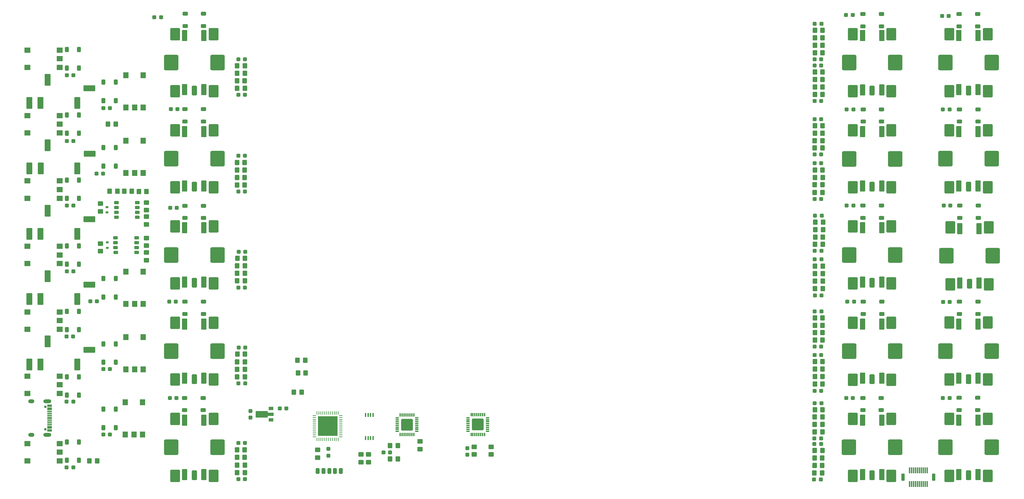
<source format=gbr>
%TF.GenerationSoftware,KiCad,Pcbnew,(6.0.9)*%
%TF.CreationDate,2023-03-16T14:55:21+00:00*%
%TF.ProjectId,Matrix_V2_Base,4d617472-6978-45f5-9632-5f426173652e,rev?*%
%TF.SameCoordinates,Original*%
%TF.FileFunction,Soldermask,Top*%
%TF.FilePolarity,Negative*%
%FSLAX46Y46*%
G04 Gerber Fmt 4.6, Leading zero omitted, Abs format (unit mm)*
G04 Created by KiCad (PCBNEW (6.0.9)) date 2023-03-16 14:55:21*
%MOMM*%
%LPD*%
G01*
G04 APERTURE LIST*
G04 Aperture macros list*
%AMRoundRect*
0 Rectangle with rounded corners*
0 $1 Rounding radius*
0 $2 $3 $4 $5 $6 $7 $8 $9 X,Y pos of 4 corners*
0 Add a 4 corners polygon primitive as box body*
4,1,4,$2,$3,$4,$5,$6,$7,$8,$9,$2,$3,0*
0 Add four circle primitives for the rounded corners*
1,1,$1+$1,$2,$3*
1,1,$1+$1,$4,$5*
1,1,$1+$1,$6,$7*
1,1,$1+$1,$8,$9*
0 Add four rect primitives between the rounded corners*
20,1,$1+$1,$2,$3,$4,$5,0*
20,1,$1+$1,$4,$5,$6,$7,0*
20,1,$1+$1,$6,$7,$8,$9,0*
20,1,$1+$1,$8,$9,$2,$3,0*%
%AMFreePoly0*
4,1,9,3.862500,-0.866500,0.737500,-0.866500,0.737500,-0.450000,-0.737500,-0.450000,-0.737500,0.450000,0.737500,0.450000,0.737500,0.866500,3.862500,0.866500,3.862500,-0.866500,3.862500,-0.866500,$1*%
G04 Aperture macros list end*
%ADD10RoundRect,0.250000X-0.450000X-0.250000X0.450000X-0.250000X0.450000X0.250000X-0.450000X0.250000X0*%
%ADD11RoundRect,0.250000X0.250000X-0.450000X0.250000X0.450000X-0.250000X0.450000X-0.250000X-0.450000X0*%
%ADD12RoundRect,0.250000X0.350000X0.450000X-0.350000X0.450000X-0.350000X-0.450000X0.350000X-0.450000X0*%
%ADD13RoundRect,0.250000X-0.450000X0.350000X-0.450000X-0.350000X0.450000X-0.350000X0.450000X0.350000X0*%
%ADD14RoundRect,0.237500X-0.300000X-0.237500X0.300000X-0.237500X0.300000X0.237500X-0.300000X0.237500X0*%
%ADD15RoundRect,0.237500X0.300000X0.237500X-0.300000X0.237500X-0.300000X-0.237500X0.300000X-0.237500X0*%
%ADD16RoundRect,0.250000X-0.350000X-0.450000X0.350000X-0.450000X0.350000X0.450000X-0.350000X0.450000X0*%
%ADD17RoundRect,0.237500X0.237500X-0.300000X0.237500X0.300000X-0.237500X0.300000X-0.237500X-0.300000X0*%
%ADD18RoundRect,0.140000X0.560000X-0.660000X0.560000X0.660000X-0.560000X0.660000X-0.560000X-0.660000X0*%
%ADD19RoundRect,0.130000X-0.520000X-1.320000X0.520000X-1.320000X0.520000X1.320000X-0.520000X1.320000X0*%
%ADD20RoundRect,0.375000X1.500000X1.625000X-1.500000X1.625000X-1.500000X-1.625000X1.500000X-1.625000X0*%
%ADD21RoundRect,0.250000X1.000000X1.350000X-1.000000X1.350000X-1.000000X-1.350000X1.000000X-1.350000X0*%
%ADD22RoundRect,0.250000X-1.000000X-1.350000X1.000000X-1.350000X1.000000X1.350000X-1.000000X1.350000X0*%
%ADD23RoundRect,0.130000X-0.520000X-1.120000X0.520000X-1.120000X0.520000X1.120000X-0.520000X1.120000X0*%
%ADD24RoundRect,0.130000X0.520000X1.320000X-0.520000X1.320000X-0.520000X-1.320000X0.520000X-1.320000X0*%
%ADD25RoundRect,0.250000X0.450000X-0.350000X0.450000X0.350000X-0.450000X0.350000X-0.450000X-0.350000X0*%
%ADD26RoundRect,0.237500X-0.237500X0.300000X-0.237500X-0.300000X0.237500X-0.300000X0.237500X0.300000X0*%
%ADD27RoundRect,0.160000X0.640000X1.340000X-0.640000X1.340000X-0.640000X-1.340000X0.640000X-1.340000X0*%
%ADD28RoundRect,0.160000X-1.340000X0.640000X-1.340000X-0.640000X1.340000X-0.640000X1.340000X0.640000X0*%
%ADD29RoundRect,0.035000X-0.140000X0.465000X-0.140000X-0.465000X0.140000X-0.465000X0.140000X0.465000X0*%
%ADD30R,0.700000X0.600000*%
%ADD31RoundRect,0.062500X0.375000X0.062500X-0.375000X0.062500X-0.375000X-0.062500X0.375000X-0.062500X0*%
%ADD32RoundRect,0.062500X0.062500X0.375000X-0.062500X0.375000X-0.062500X-0.375000X0.062500X-0.375000X0*%
%ADD33R,5.150000X5.150000*%
%ADD34RoundRect,0.250000X-0.250000X-0.500000X0.250000X-0.500000X0.250000X0.500000X-0.250000X0.500000X0*%
%ADD35C,0.650000*%
%ADD36R,1.150000X0.300000*%
%ADD37O,2.100000X1.000000*%
%ADD38O,1.600000X1.000000*%
%ADD39RoundRect,0.140000X0.660000X0.560000X-0.660000X0.560000X-0.660000X-0.560000X0.660000X-0.560000X0*%
%ADD40RoundRect,0.227500X-0.372500X-0.227500X0.372500X-0.227500X0.372500X0.227500X-0.372500X0.227500X0*%
%ADD41RoundRect,0.080000X-0.320000X-0.820000X0.320000X-0.820000X0.320000X0.820000X-0.320000X0.820000X0*%
%ADD42RoundRect,0.075000X-0.075000X-0.725000X0.075000X-0.725000X0.075000X0.725000X-0.075000X0.725000X0*%
%ADD43RoundRect,0.072500X0.377500X0.072500X-0.377500X0.072500X-0.377500X-0.072500X0.377500X-0.072500X0*%
%ADD44RoundRect,0.072500X-0.072500X0.377500X-0.072500X-0.377500X0.072500X-0.377500X0.072500X0.377500X0*%
%ADD45RoundRect,0.150000X1.350000X1.350000X-1.350000X1.350000X-1.350000X-1.350000X1.350000X-1.350000X0*%
%ADD46R,1.300000X0.900000*%
%ADD47FreePoly0,180.000000*%
G04 APERTURE END LIST*
D10*
%TO.C,D8*%
X218610000Y-51400000D03*
X218610000Y-54600000D03*
X223410000Y-54600000D03*
X223410000Y-51400000D03*
%TD*%
D11*
%TO.C,D20*%
X11900000Y-49580000D03*
X15100000Y-49580000D03*
X15100000Y-44780000D03*
X11900000Y-44780000D03*
%TD*%
D12*
%TO.C,R11*%
X58120000Y-20940000D03*
X56120000Y-20940000D03*
%TD*%
D13*
%TO.C,R77*%
X32590000Y-50610000D03*
X32590000Y-52610000D03*
%TD*%
D14*
%TO.C,C32*%
X206057500Y-99550000D03*
X207782500Y-99550000D03*
%TD*%
D15*
%TO.C,C50*%
X241095000Y-101400000D03*
X239370000Y-101400000D03*
%TD*%
D11*
%TO.C,D23*%
X11900000Y-83700000D03*
X15100000Y-83700000D03*
X15100000Y-78900000D03*
X11900000Y-78900000D03*
%TD*%
D14*
%TO.C,C56*%
X11887500Y-68480000D03*
X13612500Y-68480000D03*
%TD*%
D16*
%TO.C,R8*%
X95825000Y-113825000D03*
X97825000Y-113825000D03*
%TD*%
%TO.C,R32*%
X206140000Y-11690000D03*
X208140000Y-11690000D03*
%TD*%
D15*
%TO.C,C8*%
X58142500Y-47790000D03*
X56417500Y-47790000D03*
%TD*%
D12*
%TO.C,R79*%
X32600000Y-47730000D03*
X30600000Y-47730000D03*
%TD*%
D14*
%TO.C,C16*%
X206077500Y-4130000D03*
X207802500Y-4130000D03*
%TD*%
%TO.C,C25*%
X205937500Y-122630000D03*
X207662500Y-122630000D03*
%TD*%
D16*
%TO.C,R33*%
X206127500Y-32600000D03*
X208127500Y-32600000D03*
%TD*%
D11*
%TO.C,D18*%
X11900000Y-32640000D03*
X15100000Y-32640000D03*
X15100000Y-27840000D03*
X11900000Y-27840000D03*
%TD*%
D17*
%TO.C,C1*%
X79870000Y-116402500D03*
X79870000Y-114677500D03*
%TD*%
D14*
%TO.C,C22*%
X206087500Y-78880000D03*
X207812500Y-78880000D03*
%TD*%
D18*
%TO.C,SW17*%
X27250000Y-25960000D03*
X27250000Y-17560000D03*
X31750000Y-17560000D03*
X31750000Y-25960000D03*
X29500000Y-25960000D03*
%TD*%
D11*
%TO.C,D24*%
X21400000Y-92170000D03*
X24600000Y-92170000D03*
X24600000Y-87370000D03*
X21400000Y-87370000D03*
%TD*%
D16*
%TO.C,R62*%
X206120000Y-93940000D03*
X208120000Y-93940000D03*
%TD*%
D19*
%TO.C,SW3*%
X42500000Y-46300000D03*
X47500000Y-46300000D03*
D20*
X39000000Y-39250000D03*
D21*
X40000000Y-31850000D03*
X50000000Y-31850000D03*
D22*
X50000000Y-46650000D03*
D23*
X45000000Y-46500000D03*
D20*
X51000000Y-39250000D03*
D22*
X40000000Y-46650000D03*
D24*
X42500000Y-32200000D03*
X47500000Y-32200000D03*
%TD*%
D15*
%TO.C,C36*%
X36362500Y-2430000D03*
X34637500Y-2430000D03*
%TD*%
D12*
%TO.C,R21*%
X58140000Y-93970000D03*
X56140000Y-93970000D03*
%TD*%
D15*
%TO.C,C49*%
X241112500Y-76490000D03*
X239387500Y-76490000D03*
%TD*%
D16*
%TO.C,R51*%
X206120000Y-22500000D03*
X208120000Y-22500000D03*
%TD*%
D14*
%TO.C,C31*%
X206107500Y-65380000D03*
X207832500Y-65380000D03*
%TD*%
D25*
%TO.C,R78*%
X32590000Y-56320000D03*
X32590000Y-54320000D03*
%TD*%
D19*
%TO.C,SW5*%
X42500000Y-96300000D03*
X47500000Y-96300000D03*
D22*
X50000000Y-96650000D03*
D20*
X39000000Y-89250000D03*
D22*
X40000000Y-96650000D03*
D23*
X45000000Y-96500000D03*
D21*
X50000000Y-81850000D03*
D20*
X51000000Y-89250000D03*
D21*
X40000000Y-81850000D03*
D24*
X42500000Y-82200000D03*
X47500000Y-82200000D03*
%TD*%
D16*
%TO.C,R46*%
X206030000Y-118970000D03*
X208030000Y-118970000D03*
%TD*%
%TO.C,R35*%
X206127500Y-30670000D03*
X208127500Y-30670000D03*
%TD*%
D15*
%TO.C,C42*%
X216105000Y-26430000D03*
X214380000Y-26430000D03*
%TD*%
%TO.C,C46*%
X240882500Y-2100000D03*
X239157500Y-2100000D03*
%TD*%
D14*
%TO.C,C51*%
X11887500Y-17530000D03*
X13612500Y-17530000D03*
%TD*%
D10*
%TO.C,D9*%
X218680000Y-76410000D03*
X218680000Y-79610000D03*
X223480000Y-79610000D03*
X223480000Y-76410000D03*
%TD*%
D26*
%TO.C,C2*%
X59560000Y-104797500D03*
X59560000Y-106522500D03*
%TD*%
D19*
%TO.C,SW16*%
X243500000Y-121310000D03*
X248500000Y-121310000D03*
D22*
X251000000Y-121660000D03*
D23*
X246000000Y-121510000D03*
D22*
X241000000Y-121660000D03*
D20*
X252000000Y-114260000D03*
D21*
X241000000Y-106860000D03*
D20*
X240000000Y-114260000D03*
D21*
X251000000Y-106860000D03*
D24*
X243500000Y-107210000D03*
X248500000Y-107210000D03*
%TD*%
D16*
%TO.C,R57*%
X206180000Y-71020000D03*
X208180000Y-71020000D03*
%TD*%
%TO.C,R36*%
X206097500Y-36440000D03*
X208097500Y-36440000D03*
%TD*%
D27*
%TO.C,J6*%
X2210000Y-41750000D03*
X14610000Y-41750000D03*
X6910000Y-35750000D03*
X5110000Y-41750000D03*
D28*
X17810000Y-37950000D03*
%TD*%
D16*
%TO.C,R53*%
X206097500Y-46020000D03*
X208097500Y-46020000D03*
%TD*%
%TO.C,R41*%
X206120000Y-82520000D03*
X208120000Y-82520000D03*
%TD*%
%TO.C,R49*%
X206120000Y-20590000D03*
X208120000Y-20590000D03*
%TD*%
%TO.C,R5*%
X95865000Y-117255000D03*
X97865000Y-117255000D03*
%TD*%
D10*
%TO.C,D6*%
X218600000Y-1640000D03*
X218600000Y-4840000D03*
X223400000Y-4840000D03*
X223400000Y-1640000D03*
%TD*%
D19*
%TO.C,SW9*%
X218500000Y-71300000D03*
X223500000Y-71300000D03*
D20*
X215000000Y-64250000D03*
D21*
X216000000Y-56850000D03*
D23*
X221000000Y-71500000D03*
D22*
X216000000Y-71650000D03*
D20*
X227000000Y-64250000D03*
D22*
X226000000Y-71650000D03*
D21*
X226000000Y-56850000D03*
D24*
X218500000Y-57200000D03*
X223500000Y-57200000D03*
%TD*%
D19*
%TO.C,SW7*%
X218500000Y-21310000D03*
X223500000Y-21310000D03*
D22*
X216000000Y-21660000D03*
D21*
X216000000Y-6860000D03*
D23*
X221000000Y-21510000D03*
D20*
X215000000Y-14260000D03*
X227000000Y-14260000D03*
D22*
X226000000Y-21660000D03*
D21*
X226000000Y-6860000D03*
D24*
X218500000Y-7210000D03*
X223500000Y-7210000D03*
%TD*%
D12*
%TO.C,R13*%
X58100000Y-44100000D03*
X56100000Y-44100000D03*
%TD*%
D29*
%TO.C,U7*%
X91425000Y-105870000D03*
X90775000Y-105870000D03*
X90125000Y-105870000D03*
X89475000Y-105870000D03*
X89475000Y-111870000D03*
X90125000Y-111870000D03*
X90775000Y-111870000D03*
X91425000Y-111870000D03*
%TD*%
D16*
%TO.C,R65*%
X206100000Y-106390000D03*
X208100000Y-106390000D03*
%TD*%
D12*
%TO.C,R27*%
X58140000Y-120830000D03*
X56140000Y-120830000D03*
%TD*%
D25*
%TO.C,R4*%
X103585000Y-114735000D03*
X103585000Y-112735000D03*
%TD*%
D14*
%TO.C,C33*%
X206067500Y-90230000D03*
X207792500Y-90230000D03*
%TD*%
D15*
%TO.C,C14*%
X58192500Y-122550000D03*
X56467500Y-122550000D03*
%TD*%
D25*
%TO.C,R7*%
X117640000Y-116100000D03*
X117640000Y-114100000D03*
%TD*%
D16*
%TO.C,R66*%
X206080000Y-108310000D03*
X208080000Y-108310000D03*
%TD*%
D15*
%TO.C,C7*%
X58182500Y-13400000D03*
X56457500Y-13400000D03*
%TD*%
D14*
%TO.C,C29*%
X206055000Y-40420000D03*
X207780000Y-40420000D03*
%TD*%
D16*
%TO.C,R42*%
X206120000Y-84440000D03*
X208120000Y-84440000D03*
%TD*%
D12*
%TO.C,R69*%
X72880000Y-99950000D03*
X70880000Y-99950000D03*
%TD*%
D30*
%TO.C,D29*%
X22360000Y-51800000D03*
X22360000Y-53200000D03*
%TD*%
D14*
%TO.C,C19*%
X206025000Y-38150000D03*
X207750000Y-38150000D03*
%TD*%
D30*
%TO.C,D28*%
X22410000Y-61000000D03*
X22410000Y-62400000D03*
%TD*%
D16*
%TO.C,R43*%
X206130000Y-80600000D03*
X208130000Y-80600000D03*
%TD*%
D31*
%TO.C,U1*%
X83082500Y-111495000D03*
X83082500Y-110995000D03*
X83082500Y-110495000D03*
X83082500Y-109995000D03*
X83082500Y-109495000D03*
X83082500Y-108995000D03*
X83082500Y-108495000D03*
X83082500Y-107995000D03*
X83082500Y-107495000D03*
X83082500Y-106995000D03*
X83082500Y-106495000D03*
X83082500Y-105995000D03*
D32*
X82395000Y-105307500D03*
X81895000Y-105307500D03*
X81395000Y-105307500D03*
X80895000Y-105307500D03*
X80395000Y-105307500D03*
X79895000Y-105307500D03*
X79395000Y-105307500D03*
X78895000Y-105307500D03*
X78395000Y-105307500D03*
X77895000Y-105307500D03*
X77395000Y-105307500D03*
X76895000Y-105307500D03*
D31*
X76207500Y-105995000D03*
X76207500Y-106495000D03*
X76207500Y-106995000D03*
X76207500Y-107495000D03*
X76207500Y-107995000D03*
X76207500Y-108495000D03*
X76207500Y-108995000D03*
X76207500Y-109495000D03*
X76207500Y-109995000D03*
X76207500Y-110495000D03*
X76207500Y-110995000D03*
X76207500Y-111495000D03*
D32*
X76895000Y-112182500D03*
X77395000Y-112182500D03*
X77895000Y-112182500D03*
X78395000Y-112182500D03*
X78895000Y-112182500D03*
X79395000Y-112182500D03*
X79895000Y-112182500D03*
X80395000Y-112182500D03*
X80895000Y-112182500D03*
X81395000Y-112182500D03*
X81895000Y-112182500D03*
X82395000Y-112182500D03*
D33*
X79645000Y-108745000D03*
%TD*%
D27*
%TO.C,J7*%
X2200000Y-24750000D03*
X14600000Y-24750000D03*
X6900000Y-18750000D03*
X5100000Y-24750000D03*
D28*
X17800000Y-20950000D03*
%TD*%
D10*
%TO.C,D7*%
X218650000Y-26400000D03*
X218650000Y-29600000D03*
X223450000Y-29600000D03*
X223450000Y-26400000D03*
%TD*%
D16*
%TO.C,R61*%
X206110000Y-95890000D03*
X208110000Y-95890000D03*
%TD*%
D10*
%TO.C,D14*%
X243660000Y-76370000D03*
X243660000Y-79570000D03*
X248460000Y-79570000D03*
X248460000Y-76370000D03*
%TD*%
D34*
%TO.C,J1*%
X77050000Y-120400000D03*
X78550000Y-120400000D03*
X80050000Y-120400000D03*
X81550000Y-120400000D03*
X83050000Y-120400000D03*
%TD*%
D15*
%TO.C,C9*%
X58162500Y-38480000D03*
X56437500Y-38480000D03*
%TD*%
%TO.C,C10*%
X58182500Y-72710000D03*
X56457500Y-72710000D03*
%TD*%
D27*
%TO.C,J4*%
X2200000Y-92750000D03*
X14600000Y-92750000D03*
X6900000Y-86750000D03*
X5100000Y-92750000D03*
D28*
X17800000Y-88950000D03*
%TD*%
D35*
%TO.C,J2*%
X6375000Y-103760000D03*
X6375000Y-109540000D03*
D36*
X7440000Y-103300000D03*
X7440000Y-104100000D03*
X7440000Y-105400000D03*
X7440000Y-106400000D03*
X7440000Y-106900000D03*
X7440000Y-107900000D03*
X7440000Y-109200000D03*
X7440000Y-110000000D03*
X7440000Y-109700000D03*
X7440000Y-108900000D03*
X7440000Y-108400000D03*
X7440000Y-107400000D03*
X7440000Y-105900000D03*
X7440000Y-104900000D03*
X7440000Y-104400000D03*
X7440000Y-103600000D03*
D37*
X6875000Y-110970000D03*
D38*
X2695000Y-102330000D03*
X2695000Y-110970000D03*
D37*
X6875000Y-102330000D03*
%TD*%
D39*
%TO.C,SW23*%
X10100000Y-83550000D03*
X1700000Y-83550000D03*
X1700000Y-79050000D03*
X10100000Y-79050000D03*
X10100000Y-81300000D03*
%TD*%
D12*
%TO.C,R26*%
X58100000Y-116830000D03*
X56100000Y-116830000D03*
%TD*%
D14*
%TO.C,C18*%
X206065000Y-28960000D03*
X207790000Y-28960000D03*
%TD*%
D16*
%TO.C,R67*%
X206120000Y-104470000D03*
X208120000Y-104470000D03*
%TD*%
D11*
%TO.C,D17*%
X21400000Y-24140000D03*
X24600000Y-24140000D03*
X24600000Y-19340000D03*
X21400000Y-19340000D03*
%TD*%
D19*
%TO.C,SW4*%
X42510000Y-71300000D03*
X47510000Y-71300000D03*
D22*
X40010000Y-71650000D03*
D20*
X39010000Y-64250000D03*
D21*
X40010000Y-56850000D03*
D20*
X51010000Y-64250000D03*
D23*
X45010000Y-71500000D03*
D21*
X50010000Y-56850000D03*
D22*
X50010000Y-71650000D03*
D24*
X42510000Y-57200000D03*
X47510000Y-57200000D03*
%TD*%
D16*
%TO.C,R44*%
X206130000Y-86340000D03*
X208130000Y-86340000D03*
%TD*%
D15*
%TO.C,C11*%
X58262500Y-63390000D03*
X56537500Y-63390000D03*
%TD*%
%TO.C,C43*%
X216102500Y-51400000D03*
X214377500Y-51400000D03*
%TD*%
D16*
%TO.C,R58*%
X206180000Y-69060000D03*
X208180000Y-69060000D03*
%TD*%
D40*
%TO.C,U6*%
X24760000Y-50605000D03*
X24760000Y-51875000D03*
X24760000Y-53145000D03*
X24790000Y-54415000D03*
X30220000Y-54415000D03*
X30220000Y-53145000D03*
X30220000Y-51875000D03*
X30220000Y-50605000D03*
%TD*%
D16*
%TO.C,R63*%
X206120000Y-97830000D03*
X208120000Y-97830000D03*
%TD*%
D10*
%TO.C,D11*%
X243570000Y-1620000D03*
X243570000Y-4820000D03*
X248370000Y-4820000D03*
X248370000Y-1620000D03*
%TD*%
%TO.C,D4*%
X42600000Y-76410000D03*
X42600000Y-79610000D03*
X47400000Y-79610000D03*
X47400000Y-76410000D03*
%TD*%
D16*
%TO.C,R47*%
X206070000Y-115110000D03*
X208070000Y-115110000D03*
%TD*%
D15*
%TO.C,C39*%
X40242500Y-76380000D03*
X38517500Y-76380000D03*
%TD*%
D16*
%TO.C,R40*%
X206160000Y-61500000D03*
X208160000Y-61500000D03*
%TD*%
D41*
%TO.C,J8*%
X236950000Y-122000000D03*
D42*
X235280846Y-120200000D03*
D41*
X229050000Y-122000000D03*
D42*
X234755573Y-120200000D03*
X234250000Y-120200000D03*
X233755573Y-120200000D03*
X233255573Y-120200000D03*
X232750000Y-120200000D03*
X232224727Y-120200000D03*
X231719154Y-120200000D03*
X231224727Y-120200000D03*
X230724727Y-120200000D03*
X230724727Y-123800000D03*
X231224727Y-123800000D03*
X231719154Y-123800000D03*
X232224727Y-123800000D03*
X232750000Y-123800000D03*
X233255573Y-123800000D03*
X233755573Y-123800000D03*
X234250000Y-123800000D03*
X234755573Y-123800000D03*
X235280846Y-123800000D03*
%TD*%
D25*
%TO.C,R6*%
X122060000Y-116120000D03*
X122060000Y-114120000D03*
%TD*%
D17*
%TO.C,C5*%
X115910000Y-116172500D03*
X115910000Y-114447500D03*
%TD*%
D16*
%TO.C,R82*%
X22610000Y-30250000D03*
X24610000Y-30250000D03*
%TD*%
D12*
%TO.C,R24*%
X58170000Y-90050000D03*
X56170000Y-90050000D03*
%TD*%
D15*
%TO.C,C38*%
X40482500Y-51990000D03*
X38757500Y-51990000D03*
%TD*%
D12*
%TO.C,R18*%
X58160000Y-67050000D03*
X56160000Y-67050000D03*
%TD*%
D16*
%TO.C,R38*%
X206200000Y-59580000D03*
X208200000Y-59580000D03*
%TD*%
D12*
%TO.C,R28*%
X58100000Y-114870000D03*
X56100000Y-114870000D03*
%TD*%
D19*
%TO.C,SW8*%
X218500000Y-46310000D03*
X223500000Y-46310000D03*
D21*
X216000000Y-31860000D03*
D22*
X226000000Y-46660000D03*
D23*
X221000000Y-46510000D03*
D21*
X226000000Y-31860000D03*
D20*
X215000000Y-39260000D03*
X227000000Y-39260000D03*
D22*
X216000000Y-46660000D03*
D24*
X218500000Y-32210000D03*
X223500000Y-32210000D03*
%TD*%
D15*
%TO.C,C45*%
X215982500Y-101410000D03*
X214257500Y-101410000D03*
%TD*%
D16*
%TO.C,R68*%
X206080000Y-110210000D03*
X208080000Y-110210000D03*
%TD*%
D13*
%TO.C,R76*%
X20620000Y-50900000D03*
X20620000Y-52900000D03*
%TD*%
D14*
%TO.C,C55*%
X11887500Y-51430000D03*
X13612500Y-51430000D03*
%TD*%
D15*
%TO.C,C48*%
X241305000Y-51390000D03*
X239580000Y-51390000D03*
%TD*%
D39*
%TO.C,SW18*%
X10100000Y-32500000D03*
X1700000Y-32500000D03*
X10100000Y-28000000D03*
X1700000Y-28000000D03*
X10100000Y-30250000D03*
%TD*%
D13*
%TO.C,R3*%
X77020000Y-114930000D03*
X77020000Y-116930000D03*
%TD*%
D12*
%TO.C,R15*%
X58100000Y-46060000D03*
X56100000Y-46060000D03*
%TD*%
D10*
%TO.C,D12*%
X243680000Y-26390000D03*
X243680000Y-29590000D03*
X248480000Y-29590000D03*
X248480000Y-26390000D03*
%TD*%
D14*
%TO.C,C35*%
X206007500Y-111910000D03*
X207732500Y-111910000D03*
%TD*%
D15*
%TO.C,C57*%
X19712500Y-76280000D03*
X17987500Y-76280000D03*
%TD*%
D14*
%TO.C,C20*%
X206177500Y-54030000D03*
X207902500Y-54030000D03*
%TD*%
D10*
%TO.C,D2*%
X42600000Y-26370000D03*
X42600000Y-29570000D03*
X47400000Y-29570000D03*
X47400000Y-26370000D03*
%TD*%
D19*
%TO.C,SW6*%
X42500000Y-121310000D03*
X47500000Y-121310000D03*
D22*
X40000000Y-121660000D03*
D20*
X39000000Y-114260000D03*
D21*
X50000000Y-106860000D03*
D20*
X51000000Y-114260000D03*
D22*
X50000000Y-121660000D03*
D21*
X40000000Y-106860000D03*
D23*
X45000000Y-121510000D03*
D24*
X42500000Y-107210000D03*
X47500000Y-107210000D03*
%TD*%
D19*
%TO.C,SW2*%
X42510000Y-21300000D03*
X47510000Y-21300000D03*
D20*
X51010000Y-14250000D03*
X39010000Y-14250000D03*
D22*
X50010000Y-21650000D03*
D21*
X50010000Y-6850000D03*
X40010000Y-6850000D03*
D22*
X40010000Y-21650000D03*
D23*
X45010000Y-21500000D03*
D24*
X42510000Y-7200000D03*
X47510000Y-7200000D03*
%TD*%
D10*
%TO.C,D3*%
X42590000Y-51450000D03*
X42590000Y-54650000D03*
X47390000Y-54650000D03*
X47390000Y-51450000D03*
%TD*%
D15*
%TO.C,C47*%
X241102500Y-26430000D03*
X239377500Y-26430000D03*
%TD*%
D10*
%TO.C,D10*%
X218570000Y-101410000D03*
X218570000Y-104610000D03*
X223370000Y-104610000D03*
X223370000Y-101410000D03*
%TD*%
D14*
%TO.C,C3*%
X67197500Y-104110000D03*
X68922500Y-104110000D03*
%TD*%
D12*
%TO.C,R12*%
X58120000Y-15090000D03*
X56120000Y-15090000D03*
%TD*%
%TO.C,R16*%
X58090000Y-40220000D03*
X56090000Y-40220000D03*
%TD*%
D16*
%TO.C,R56*%
X206137500Y-42170000D03*
X208137500Y-42170000D03*
%TD*%
D14*
%TO.C,C27*%
X206067500Y-14970000D03*
X207792500Y-14970000D03*
%TD*%
D39*
%TO.C,SW1*%
X10100000Y-15480000D03*
X1700000Y-15480000D03*
X1700000Y-10980000D03*
X10100000Y-10980000D03*
X10100000Y-13230000D03*
%TD*%
D16*
%TO.C,R39*%
X206230000Y-55760000D03*
X208230000Y-55760000D03*
%TD*%
D12*
%TO.C,R75*%
X73940000Y-94890000D03*
X71940000Y-94890000D03*
%TD*%
D10*
%TO.C,D1*%
X42620000Y-1570000D03*
X42620000Y-4770000D03*
X47420000Y-4770000D03*
X47420000Y-1570000D03*
%TD*%
D12*
%TO.C,R23*%
X58140000Y-95930000D03*
X56140000Y-95930000D03*
%TD*%
%TO.C,R9*%
X58110000Y-18990000D03*
X56110000Y-18990000D03*
%TD*%
D16*
%TO.C,R59*%
X206190000Y-72990000D03*
X208190000Y-72990000D03*
%TD*%
D25*
%TO.C,R71*%
X20640000Y-63290000D03*
X20640000Y-61290000D03*
%TD*%
D43*
%TO.C,U4*%
X102775000Y-110105000D03*
X102775000Y-109605000D03*
X102775000Y-109105000D03*
X102775000Y-108605000D03*
X102775000Y-108105000D03*
X102775000Y-107605000D03*
X102775000Y-107105000D03*
X102775000Y-106605000D03*
D44*
X101975000Y-105805000D03*
X101475000Y-105805000D03*
X100975000Y-105805000D03*
X100475000Y-105805000D03*
X99975000Y-105805000D03*
X99475000Y-105805000D03*
X98975000Y-105805000D03*
X98475000Y-105805000D03*
D43*
X97675000Y-106605000D03*
X97675000Y-107105000D03*
X97675000Y-107605000D03*
X97675000Y-108105000D03*
X97675000Y-108605000D03*
X97675000Y-109105000D03*
X97675000Y-109605000D03*
X97675000Y-110105000D03*
D44*
X98475000Y-110955000D03*
X98975000Y-110955000D03*
X99475000Y-110955000D03*
X99975000Y-110955000D03*
X100475000Y-110955000D03*
X100975000Y-110955000D03*
X101475000Y-110955000D03*
X101975000Y-110955000D03*
D45*
X100225000Y-108355000D03*
%TD*%
D19*
%TO.C,SW15*%
X243500000Y-96290000D03*
X248500000Y-96290000D03*
D22*
X251000000Y-96640000D03*
D21*
X241000000Y-81840000D03*
D20*
X240000000Y-89240000D03*
D23*
X246000000Y-96490000D03*
D22*
X241000000Y-96640000D03*
D21*
X251000000Y-81840000D03*
D20*
X252000000Y-89240000D03*
D24*
X243500000Y-82190000D03*
X248500000Y-82190000D03*
%TD*%
D27*
%TO.C,J3*%
X2200000Y-75740000D03*
X14600000Y-75740000D03*
X6900000Y-69740000D03*
X5100000Y-75740000D03*
D28*
X17800000Y-71940000D03*
%TD*%
D15*
%TO.C,C12*%
X58202500Y-97660000D03*
X56477500Y-97660000D03*
%TD*%
D16*
%TO.C,R50*%
X206120000Y-18650000D03*
X208120000Y-18650000D03*
%TD*%
D10*
%TO.C,D5*%
X42530000Y-101400000D03*
X42530000Y-104600000D03*
X47330000Y-104600000D03*
X47330000Y-101400000D03*
%TD*%
D14*
%TO.C,C61*%
X21377500Y-110890000D03*
X23102500Y-110890000D03*
%TD*%
%TO.C,C34*%
X206077500Y-102760000D03*
X207802500Y-102760000D03*
%TD*%
D16*
%TO.C,R55*%
X206107500Y-47990000D03*
X208107500Y-47990000D03*
%TD*%
D12*
%TO.C,R20*%
X58180000Y-65100000D03*
X56180000Y-65100000D03*
%TD*%
D15*
%TO.C,C54*%
X21322500Y-43130000D03*
X19597500Y-43130000D03*
%TD*%
%TO.C,C6*%
X58182500Y-22650000D03*
X56457500Y-22650000D03*
%TD*%
D11*
%TO.C,D21*%
X11900000Y-66670000D03*
X15100000Y-66670000D03*
X15100000Y-61870000D03*
X11900000Y-61870000D03*
%TD*%
D19*
%TO.C,SW11*%
X218490000Y-121310000D03*
X223490000Y-121310000D03*
D22*
X215990000Y-121660000D03*
D21*
X215990000Y-106860000D03*
X225990000Y-106860000D03*
D22*
X225990000Y-121660000D03*
D20*
X226990000Y-114260000D03*
X214990000Y-114260000D03*
D23*
X220990000Y-121510000D03*
D24*
X218490000Y-107210000D03*
X223490000Y-107210000D03*
%TD*%
D16*
%TO.C,R34*%
X206107500Y-34540000D03*
X208107500Y-34540000D03*
%TD*%
D14*
%TO.C,C28*%
X206045000Y-49700000D03*
X207770000Y-49700000D03*
%TD*%
D25*
%TO.C,R73*%
X32580000Y-65590000D03*
X32580000Y-63590000D03*
%TD*%
D13*
%TO.C,R72*%
X32600000Y-59850000D03*
X32600000Y-61850000D03*
%TD*%
D12*
%TO.C,R19*%
X58140000Y-70960000D03*
X56140000Y-70960000D03*
%TD*%
D14*
%TO.C,C23*%
X206067500Y-88070000D03*
X207792500Y-88070000D03*
%TD*%
D16*
%TO.C,R45*%
X206050000Y-117040000D03*
X208050000Y-117040000D03*
%TD*%
D14*
%TO.C,C17*%
X206067500Y-13420000D03*
X207792500Y-13420000D03*
%TD*%
%TO.C,C59*%
X21377500Y-93940000D03*
X23102500Y-93940000D03*
%TD*%
D10*
%TO.C,D13*%
X243780000Y-51400000D03*
X243780000Y-54600000D03*
X248580000Y-54600000D03*
X248580000Y-51400000D03*
%TD*%
D16*
%TO.C,R30*%
X206140000Y-9760000D03*
X208140000Y-9760000D03*
%TD*%
D18*
%TO.C,SW19*%
X27250000Y-42960000D03*
X27250000Y-34560000D03*
X31750000Y-34560000D03*
X31750000Y-42960000D03*
X29500000Y-42960000D03*
%TD*%
D14*
%TO.C,C58*%
X11847500Y-85440000D03*
X13572500Y-85440000D03*
%TD*%
%TO.C,C52*%
X21417500Y-26110000D03*
X23142500Y-26110000D03*
%TD*%
D43*
%TO.C,U3*%
X121170000Y-110080000D03*
X121170000Y-109580000D03*
X121170000Y-109080000D03*
X121170000Y-108580000D03*
X121170000Y-108080000D03*
X121170000Y-107580000D03*
X121170000Y-107080000D03*
X121170000Y-106580000D03*
D44*
X120370000Y-105780000D03*
X119870000Y-105780000D03*
X119370000Y-105780000D03*
X118870000Y-105780000D03*
X118370000Y-105780000D03*
X117870000Y-105780000D03*
X117370000Y-105780000D03*
X116870000Y-105780000D03*
D43*
X116070000Y-106580000D03*
X116070000Y-107080000D03*
X116070000Y-107580000D03*
X116070000Y-108080000D03*
X116070000Y-108580000D03*
X116070000Y-109080000D03*
X116070000Y-109580000D03*
X116070000Y-110080000D03*
D44*
X116870000Y-110930000D03*
X117370000Y-110930000D03*
X117870000Y-110930000D03*
X118370000Y-110930000D03*
X118870000Y-110930000D03*
X119370000Y-110930000D03*
X119870000Y-110930000D03*
X120370000Y-110930000D03*
D45*
X118620000Y-108330000D03*
%TD*%
D18*
%TO.C,SW26*%
X27100000Y-110930000D03*
X27100000Y-102530000D03*
X31600000Y-110930000D03*
X31600000Y-102530000D03*
X29350000Y-110930000D03*
%TD*%
D16*
%TO.C,R52*%
X206140000Y-16700000D03*
X208140000Y-16700000D03*
%TD*%
D39*
%TO.C,SW27*%
X10100000Y-117780000D03*
X1700000Y-117780000D03*
X1700000Y-113280000D03*
X10100000Y-113280000D03*
X10100000Y-115530000D03*
%TD*%
%TO.C,SW20*%
X10100000Y-49510000D03*
X1700000Y-49510000D03*
X1700000Y-45010000D03*
X10100000Y-45010000D03*
X10100000Y-47260000D03*
%TD*%
D12*
%TO.C,R22*%
X58160000Y-92010000D03*
X56160000Y-92010000D03*
%TD*%
D11*
%TO.C,D22*%
X21400000Y-75190000D03*
X24600000Y-75190000D03*
X24600000Y-70390000D03*
X21400000Y-70390000D03*
%TD*%
D46*
%TO.C,U2*%
X64960000Y-107140000D03*
D47*
X64872500Y-105640000D03*
D46*
X64960000Y-104140000D03*
%TD*%
D14*
%TO.C,C62*%
X11857500Y-119470000D03*
X13582500Y-119470000D03*
%TD*%
D19*
%TO.C,SW10*%
X218500000Y-96310000D03*
X223500000Y-96310000D03*
D21*
X226000000Y-81860000D03*
D20*
X227000000Y-89260000D03*
D22*
X216000000Y-96660000D03*
X226000000Y-96660000D03*
D23*
X221000000Y-96510000D03*
D21*
X216000000Y-81860000D03*
D20*
X215000000Y-89260000D03*
D24*
X218500000Y-82210000D03*
X223500000Y-82210000D03*
%TD*%
D15*
%TO.C,C41*%
X215932500Y-1900000D03*
X214207500Y-1900000D03*
%TD*%
D10*
%TO.C,D15*%
X243610000Y-101390000D03*
X243610000Y-104590000D03*
X248410000Y-104590000D03*
X248410000Y-101390000D03*
%TD*%
D14*
%TO.C,C4*%
X94122500Y-115565000D03*
X95847500Y-115565000D03*
%TD*%
D11*
%TO.C,D26*%
X21400000Y-109150000D03*
X24600000Y-109150000D03*
X24600000Y-104350000D03*
X21400000Y-104350000D03*
%TD*%
D14*
%TO.C,C60*%
X11877500Y-102400000D03*
X13602500Y-102400000D03*
%TD*%
D15*
%TO.C,C44*%
X216282500Y-76420000D03*
X214557500Y-76420000D03*
%TD*%
D13*
%TO.C,R1*%
X88260000Y-116110000D03*
X88260000Y-118110000D03*
%TD*%
D25*
%TO.C,R2*%
X90210000Y-118100000D03*
X90210000Y-116100000D03*
%TD*%
D16*
%TO.C,R81*%
X26810000Y-47690000D03*
X28810000Y-47690000D03*
%TD*%
D14*
%TO.C,C30*%
X206147500Y-74740000D03*
X207872500Y-74740000D03*
%TD*%
D12*
%TO.C,R80*%
X73800000Y-91640000D03*
X71800000Y-91640000D03*
%TD*%
D15*
%TO.C,C37*%
X40622500Y-26360000D03*
X38897500Y-26360000D03*
%TD*%
D12*
%TO.C,R17*%
X58140000Y-69010000D03*
X56140000Y-69010000D03*
%TD*%
%TO.C,R14*%
X58100000Y-42170000D03*
X56100000Y-42170000D03*
%TD*%
D11*
%TO.C,D25*%
X11900000Y-100700000D03*
X15100000Y-100700000D03*
X15100000Y-95900000D03*
X11900000Y-95900000D03*
%TD*%
D16*
%TO.C,R29*%
X206140000Y-7820000D03*
X208140000Y-7820000D03*
%TD*%
D14*
%TO.C,C26*%
X206057500Y-24230000D03*
X207782500Y-24230000D03*
%TD*%
%TO.C,C21*%
X206097500Y-63200000D03*
X207822500Y-63200000D03*
%TD*%
D16*
%TO.C,R70*%
X17770000Y-117800000D03*
X19770000Y-117800000D03*
%TD*%
%TO.C,R64*%
X206130000Y-91980000D03*
X208130000Y-91980000D03*
%TD*%
%TO.C,R60*%
X206180000Y-67110000D03*
X208180000Y-67110000D03*
%TD*%
%TO.C,R54*%
X206157500Y-44120000D03*
X208157500Y-44120000D03*
%TD*%
D11*
%TO.C,D27*%
X11900000Y-117650000D03*
X15100000Y-117650000D03*
X15100000Y-112850000D03*
X11900000Y-112850000D03*
%TD*%
D19*
%TO.C,SW14*%
X243760000Y-71530000D03*
X248760000Y-71530000D03*
D22*
X241260000Y-71880000D03*
D20*
X240260000Y-64480000D03*
X252260000Y-64480000D03*
D22*
X251260000Y-71880000D03*
D23*
X246260000Y-71730000D03*
D21*
X241260000Y-57080000D03*
X251260000Y-57080000D03*
D24*
X243760000Y-57430000D03*
X248760000Y-57430000D03*
%TD*%
D39*
%TO.C,SW25*%
X10100000Y-100250000D03*
X1700000Y-100250000D03*
X10100000Y-95750000D03*
X1700000Y-95750000D03*
X10100000Y-98000000D03*
%TD*%
D16*
%TO.C,R37*%
X206230000Y-57670000D03*
X208230000Y-57670000D03*
%TD*%
D11*
%TO.C,D16*%
X11900000Y-15640000D03*
X15100000Y-15640000D03*
X15100000Y-10840000D03*
X11900000Y-10840000D03*
%TD*%
D16*
%TO.C,R74*%
X23050000Y-47720000D03*
X25050000Y-47720000D03*
%TD*%
D40*
%TO.C,U5*%
X24580000Y-59795000D03*
X24580000Y-61065000D03*
X24580000Y-62335000D03*
X24610000Y-63605000D03*
X30040000Y-63605000D03*
X30040000Y-62335000D03*
X30040000Y-61065000D03*
X30040000Y-59795000D03*
%TD*%
D12*
%TO.C,R10*%
X58120000Y-17030000D03*
X56120000Y-17030000D03*
%TD*%
D16*
%TO.C,R31*%
X206140000Y-5870000D03*
X208140000Y-5870000D03*
%TD*%
D12*
%TO.C,R25*%
X58140000Y-118860000D03*
X56140000Y-118860000D03*
%TD*%
D15*
%TO.C,C15*%
X58162500Y-113120000D03*
X56437500Y-113120000D03*
%TD*%
D19*
%TO.C,SW13*%
X243510000Y-46290000D03*
X248510000Y-46290000D03*
D23*
X246010000Y-46490000D03*
D22*
X241010000Y-46640000D03*
D20*
X240010000Y-39240000D03*
D21*
X251010000Y-31840000D03*
X241010000Y-31840000D03*
D20*
X252010000Y-39240000D03*
D22*
X251010000Y-46640000D03*
D24*
X243510000Y-32190000D03*
X248510000Y-32190000D03*
%TD*%
D27*
%TO.C,J5*%
X2200000Y-58760000D03*
X14600000Y-58760000D03*
X6900000Y-52760000D03*
X5100000Y-58760000D03*
D28*
X17800000Y-54960000D03*
%TD*%
D15*
%TO.C,C40*%
X40362500Y-101400000D03*
X38637500Y-101400000D03*
%TD*%
D16*
%TO.C,R48*%
X206010000Y-120910000D03*
X208010000Y-120910000D03*
%TD*%
D19*
%TO.C,SW12*%
X243500000Y-21300000D03*
X248500000Y-21300000D03*
D22*
X251000000Y-21650000D03*
D20*
X252000000Y-14250000D03*
D23*
X246000000Y-21500000D03*
D20*
X240000000Y-14250000D03*
D22*
X241000000Y-21650000D03*
D21*
X241000000Y-6850000D03*
X251000000Y-6850000D03*
D24*
X243500000Y-7200000D03*
X248500000Y-7200000D03*
%TD*%
D11*
%TO.C,D19*%
X21400000Y-41140000D03*
X24600000Y-41140000D03*
X24600000Y-36340000D03*
X21400000Y-36340000D03*
%TD*%
D15*
%TO.C,C13*%
X58232500Y-88320000D03*
X56507500Y-88320000D03*
%TD*%
D39*
%TO.C,SW21*%
X10100000Y-66510000D03*
X1700000Y-66510000D03*
X10100000Y-62010000D03*
X1700000Y-62010000D03*
X10100000Y-64260000D03*
%TD*%
D18*
%TO.C,SW22*%
X27250000Y-76950000D03*
X27250000Y-68550000D03*
X31750000Y-76950000D03*
X31750000Y-68550000D03*
X29500000Y-76950000D03*
%TD*%
D14*
%TO.C,C24*%
X206017500Y-113410000D03*
X207742500Y-113410000D03*
%TD*%
D18*
%TO.C,SW24*%
X27250000Y-93990000D03*
X27250000Y-85590000D03*
X31750000Y-93990000D03*
X31750000Y-85590000D03*
X29500000Y-93990000D03*
%TD*%
D14*
%TO.C,C53*%
X11897500Y-34630000D03*
X13622500Y-34630000D03*
%TD*%
M02*

</source>
